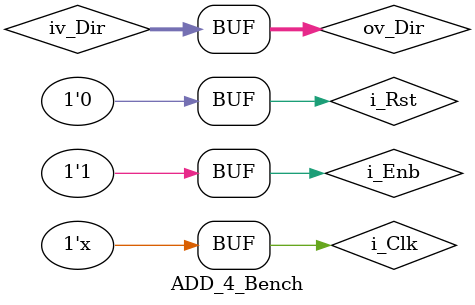
<source format=v>
module ADD_4_Bench();

	reg i_Clk;
	reg i_Rst;
	reg i_Enb;
	reg [31:0] iv_Dir;
	wire [31:0] ov_Dir;
	
	
ADD_4 ADD_4(
	.i_Clk(i_Clk),
	.i_Rst(i_Rst),
	.i_Enb(i_Enb),
	.iv_Dir(iv_Dir),
	.ov_Dir(ov_Dir)
);


initial
begin
	i_Clk = 0;
	i_Rst = 1;
	i_Enb = 1;
	iv_Dir = 0;
	#100;
	i_Rst = 0;
	repeat(10)
	begin
		iv_Dir <= ov_Dir;
		#50;
	end
end


always
begin
	i_Clk = ~i_Clk;
	#20;
end


endmodule 
</source>
